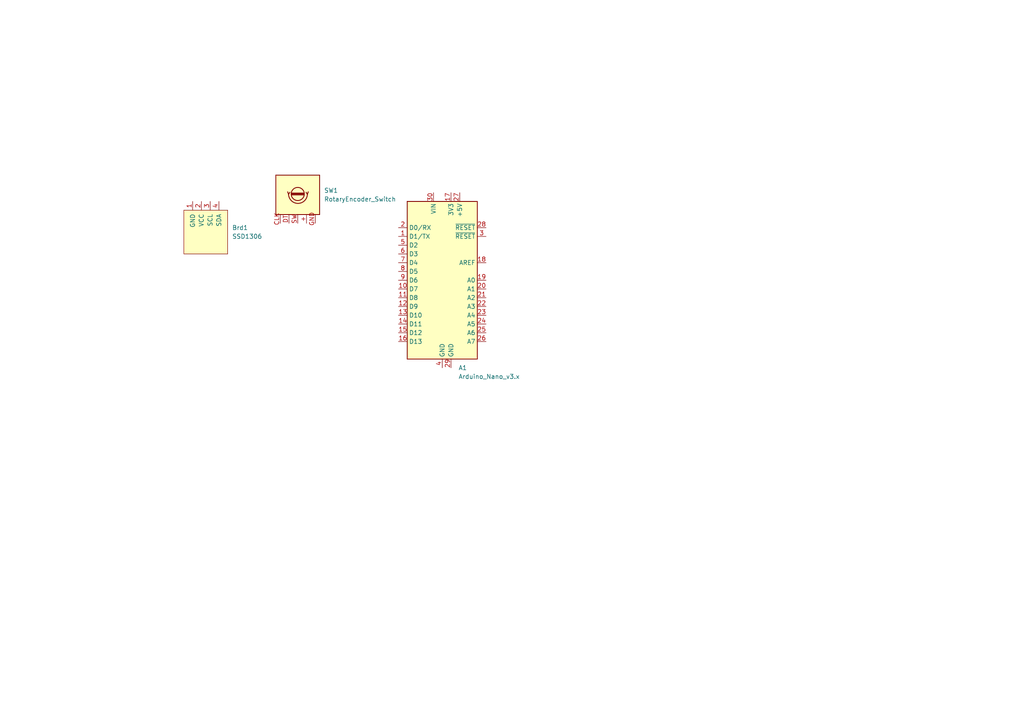
<source format=kicad_sch>
(kicad_sch (version 20250114) (generator "eeschema") (generator_version "9.0")
  (paper "A4")
  (lib_symbols
    (symbol "Device:RotaryEncoder_Switch" (pin_names (offset 0.254) (hide yes))
      (property "Reference" "SW1" (at 0 10.16 0))
      (property "Value" "RotaryEncoder_Switch" (at 0 7.62 0))
      (symbol "RotaryEncoder_Switch_0_1"
        (rectangle (start -6.35 6.35) (end 5.08 -6.35) (stroke (width 0.254)) (fill (type background)))
        (polyline (pts (xy -0.635 -1.778) (xy -0.635 1.778)) (stroke (width 0.254)))
        (circle (center -0.381 0) (radius 1.905) (stroke (width 0.254)))
        (polyline (pts (xy -0.381 -1.778) (xy -0.381 1.778)) (stroke (width 0.254)))
        (arc (start -0.381 -2.794) (mid -3.0988 -0.0635) (end -0.381 2.667) (stroke (width 0.254)))
        (polyline (pts (xy -0.127 1.778) (xy -0.127 -1.778)) (stroke (width 0.254)))
        (polyline (pts (xy 0.254 2.921) (xy -0.508 2.667) (xy 0.127 2.286)) (stroke (width 0.254)))
        (polyline (pts (xy 0.254 -3.048) (xy -0.508 -2.794) (xy 0.127 -2.413)) (stroke (width 0.254)))
      )
      (symbol "RotaryEncoder_Switch_1_1"
        (pin passive line (at -8.89 5.08 0) (length 2.54) (name "B") (number "CLK"))
        (pin passive line (at -8.89 2.54 0) (length 2.54) (name "A") (number "DT"))
        (pin passive line (at -8.89 0 0) (length 2.54) (name "S1") (number "SW"))
        (pin passive line (at -8.89 -2.54 0) (length 2.54) (name "C") (number "+"))
        (pin passive line (at -8.89 -5.08 0) (length 2.54) (name "S2") (number "GND"))
      )
    )
    (symbol "MCU_Module:Arduino_Nano_v3.x"
      (property "Reference" "A" (at -10.16 23.495 0))
      (property "Value" "Arduino_Nano_v3.x" (at 5.08 -24.13 0))
      (symbol "Arduino_Nano_v3.x_0_1"
        (rectangle (start -10.16 22.86) (end 10.16 -22.86) (stroke (width 0.254)) (fill (type background)))
      )
      (symbol "Arduino_Nano_v3.x_1_1"
        (pin bidirectional line (at -12.7 15.24 0) (length 2.54) (name "D0/RX") (number "2"))
        (pin bidirectional line (at -12.7 12.7 0) (length 2.54) (name "D1/TX") (number "1"))
        (pin bidirectional line (at -12.7 10.16 0) (length 2.54) (name "D2") (number "5"))
        (pin bidirectional line (at -12.7 7.62 0) (length 2.54) (name "D3") (number "6"))
        (pin bidirectional line (at -12.7 5.08 0) (length 2.54) (name "D4") (number "7"))
        (pin bidirectional line (at -12.7 2.54 0) (length 2.54) (name "D5") (number "8"))
        (pin bidirectional line (at -12.7 0 0) (length 2.54) (name "D6") (number "9"))
        (pin bidirectional line (at -12.7 -2.54 0) (length 2.54) (name "D7") (number "10"))
        (pin bidirectional line (at -12.7 -5.08 0) (length 2.54) (name "D8") (number "11"))
        (pin bidirectional line (at -12.7 -7.62 0) (length 2.54) (name "D9") (number "12"))
        (pin bidirectional line (at -12.7 -10.16 0) (length 2.54) (name "D10") (number "13"))
        (pin bidirectional line (at -12.7 -12.7 0) (length 2.54) (name "D11") (number "14"))
        (pin bidirectional line (at -12.7 -15.24 0) (length 2.54) (name "D12") (number "15"))
        (pin bidirectional line (at -12.7 -17.78 0) (length 2.54) (name "D13") (number "16"))
        (pin power_in line (at -2.54 25.4 270) (length 2.54) (name "VIN") (number "30"))
        (pin power_in line (at 0 -25.4 90) (length 2.54) (name "GND") (number "4"))
        (pin power_out line (at 2.54 25.4 270) (length 2.54) (name "3V3") (number "17"))
        (pin power_in line (at 2.54 -25.4 90) (length 2.54) (name "GND") (number "29"))
        (pin power_out line (at 5.08 25.4 270) (length 2.54) (name "+5V") (number "27"))
        (pin input line (at 12.7 15.24 180) (length 2.54) (name "~{RESET}") (number "28"))
        (pin input line (at 12.7 12.7 180) (length 2.54) (name "~{RESET}") (number "3"))
        (pin input line (at 12.7 5.08 180) (length 2.54) (name "AREF") (number "18"))
        (pin bidirectional line (at 12.7 0 180) (length 2.54) (name "A0") (number "19"))
        (pin bidirectional line (at 12.7 -2.54 180) (length 2.54) (name "A1") (number "20"))
        (pin bidirectional line (at 12.7 -5.08 180) (length 2.54) (name "A2") (number "21"))
        (pin bidirectional line (at 12.7 -7.62 180) (length 2.54) (name "A3") (number "22"))
        (pin bidirectional line (at 12.7 -10.16 180) (length 2.54) (name "A4") (number "23"))
        (pin bidirectional line (at 12.7 -12.7 180) (length 2.54) (name "A5") (number "24"))
        (pin bidirectional line (at 12.7 -15.24 180) (length 2.54) (name "A6") (number "25"))
        (pin bidirectional line (at 12.7 -17.78 180) (length 2.54) (name "A7") (number "26"))
      )
    )
    (symbol "SSD1306-128x64_OLED:SSD1306" (pin_names (offset 1.016))
      (property "Reference" "Brd" (at 0 -3.81 0))
      (property "Value" "SSD1306" (at 0 -1.27 0))
      (symbol "SSD1306_0_1"
        (rectangle (start -6.35 6.35) (end 6.35 -6.35) (fill (type background)))
      )
      (symbol "SSD1306_1_1"
        (pin input line (at -3.81 8.89 270) (length 2.54) (name "GND") (number "1"))
        (pin input line (at -1.27 8.89 270) (length 2.54) (name "VCC") (number "2"))
        (pin input line (at 1.27 8.89 270) (length 2.54) (name "SCL") (number "3"))
        (pin input line (at 3.81 8.89 270) (length 2.54) (name "SDA") (number "4"))
      )
    )
  )
  (symbol (lib_id "SSD1306-128x64_OLED:SSD1306") (at 59.69 67.31 0) (unit 1)
    (property "Reference" "Brd1" (at 67.31 66.0399 0) (effects (justify left)))
    (property "Value" "SSD1306" (at 67.31 68.5799 0) (effects (justify left)))
    (property "Description" "SSD1306 OLED" (effects (hide yes)))
  )
  (symbol (lib_id "Device:RotaryEncoder_Switch") (at 86.36 55.88 90) (unit 1)
    (property "Reference" "SW1" (at 93.98 55.2449 90) (effects (justify right)))
    (property "Value" "RotaryEncoder_Switch" (at 93.98 57.7849 90) (effects (justify right)))
    (property "Description" "Rotary encoder, dual channel, incremental quadrate outputs, with switch" (effects (hide yes)))
  )
  (symbol (lib_id "MCU_Module:Arduino_Nano_v3.x") (at 128.27 81.28 0) (unit 1)
    (property "Reference" "A1" (at 132.9533 106.68 0) (effects (justify left)))
    (property "Value" "Arduino_Nano_v3.x" (at 132.9533 109.22 0) (effects (justify left)))
    (property "Footprint" "Module:Arduino_Nano" (effects (hide yes)))
    (property "Datasheet" "http://www.mouser.com/pdfdocs/Gravitech_Arduino_Nano3_0.pdf" (effects (hide yes)))
    (property "Description" "Arduino Nano v3.x" (effects (hide yes)))
  )
)
</source>
